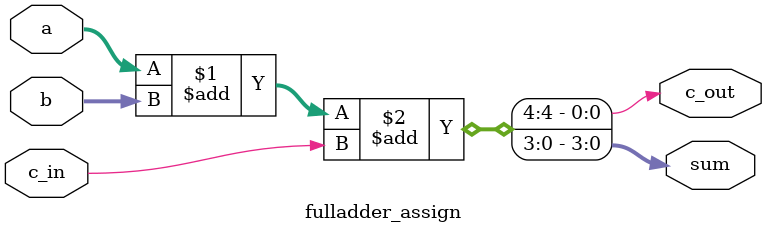
<source format=v>
module fulladder_assign(a, b, c_in, c_out, sum);

input [3:0] a;
input [3:0] b;
input c_in;
output c_out;
output [3:0] sum;

assign {c_out, sum} = a + b + c_in;

endmodule
</source>
